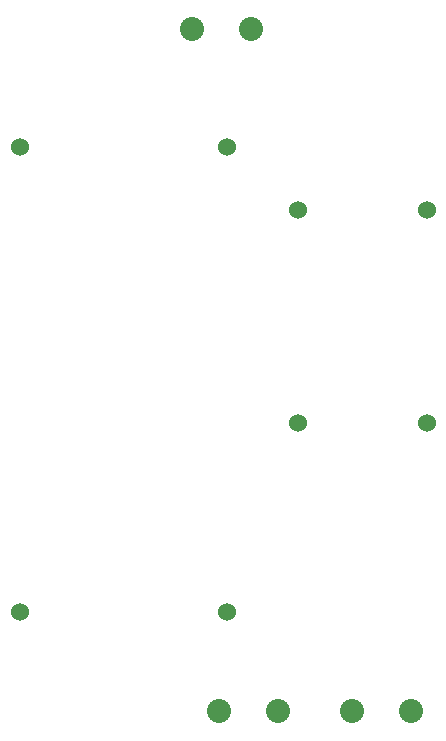
<source format=gbr>
G04 start of page 2 for group 0 idx 0 *
G04 Title: (unknown), top *
G04 Creator: pcb.exe 20130104 *
G04 CreationDate: 31-Mar-17 10:33:27 UTC *
G04 Format: Gerber/RS-274X *
G04 PCB-Dimensions (mil): 1850.39 2755.91 *
G04 PCB-Coordinate-Origin: lower left *
%MOIN*%
%FSLAX25Y25*%
%LNTOP*%
%ADD14C,0.0150*%
%ADD13C,0.0280*%
%ADD12C,0.0800*%
%ADD11C,0.0600*%
G54D11*X83299Y58740D03*
X14299D03*
X83299Y213740D03*
X14299D03*
G54D12*X100393Y25591D03*
X80708D03*
X144685D03*
X125000D03*
X91535Y252954D03*
X71850D03*
G54D11*X107079Y192614D03*
Y121614D03*
X150079Y192614D03*
Y121614D03*
G54D13*G54D14*G54D13*M02*

</source>
